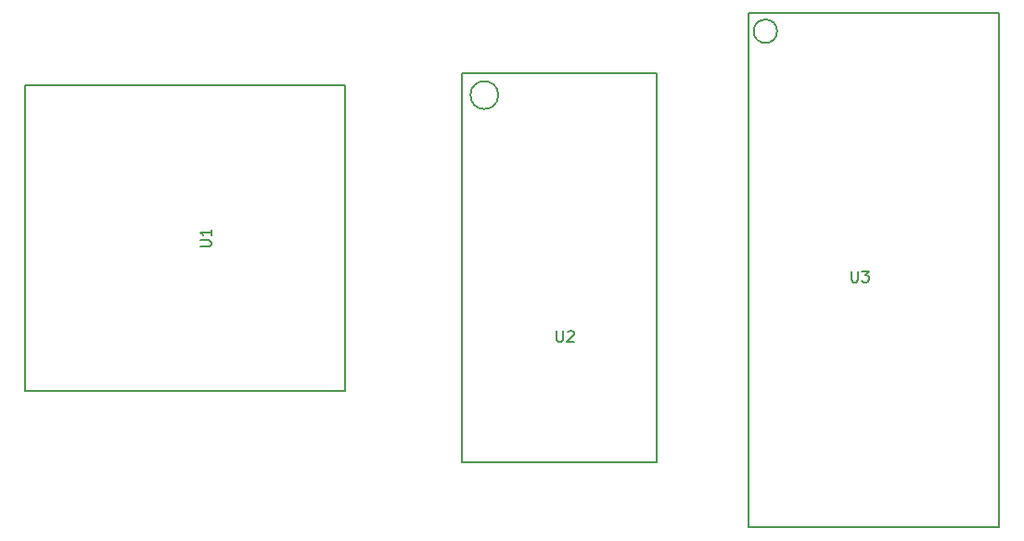
<source format=gbr>
G04 #@! TF.FileFunction,Legend,Top*
%FSLAX46Y46*%
G04 Gerber Fmt 4.6, Leading zero omitted, Abs format (unit mm)*
G04 Created by KiCad (PCBNEW 4.0.7) date Friday, July 06, 2018 'PMt' 05:05:22 PM*
%MOMM*%
%LPD*%
G01*
G04 APERTURE LIST*
%ADD10C,0.100000*%
%ADD11C,0.150000*%
G04 APERTURE END LIST*
D10*
D11*
X125603000Y-85852000D02*
X125603000Y-57912000D01*
X154813000Y-85852000D02*
X154813000Y-83312000D01*
X154813000Y-83312000D02*
X154813000Y-85852000D01*
X154813000Y-85852000D02*
X154813000Y-84582000D01*
X154813000Y-84582000D02*
X154813000Y-85852000D01*
X154813000Y-85852000D02*
X125603000Y-85852000D01*
X154813000Y-57912000D02*
X125603000Y-57912000D01*
X154813000Y-84582000D02*
X154813000Y-57912000D01*
X154813000Y-57912000D02*
X154813000Y-84582000D01*
X165481000Y-92329000D02*
X165481000Y-56769000D01*
X183261000Y-59309000D02*
X183261000Y-92329000D01*
X165481000Y-92329000D02*
X183261000Y-92329000D01*
X165481000Y-56769000D02*
X183261000Y-56769000D01*
X183261000Y-56769000D02*
X183261000Y-59309000D01*
X165481000Y-56769000D02*
X165481000Y-58039000D01*
X168783000Y-58801000D02*
G75*
G03X168783000Y-58801000I-1270000J0D01*
G01*
X214503000Y-98298000D02*
X213233000Y-98298000D01*
X214503000Y-51308000D02*
X214503000Y-98298000D01*
X213233000Y-51308000D02*
X214503000Y-51308000D01*
X194236518Y-52959000D02*
G75*
G03X194236518Y-52959000I-1069518J0D01*
G01*
X191643000Y-98298000D02*
X191643000Y-51308000D01*
X191643000Y-51308000D02*
X213233000Y-51308000D01*
X191643000Y-98298000D02*
X213233000Y-98298000D01*
X141565381Y-72643905D02*
X142374905Y-72643905D01*
X142470143Y-72596286D01*
X142517762Y-72548667D01*
X142565381Y-72453429D01*
X142565381Y-72262952D01*
X142517762Y-72167714D01*
X142470143Y-72120095D01*
X142374905Y-72072476D01*
X141565381Y-72072476D01*
X142565381Y-71072476D02*
X142565381Y-71643905D01*
X142565381Y-71358191D02*
X141565381Y-71358191D01*
X141708238Y-71453429D01*
X141803476Y-71548667D01*
X141851095Y-71643905D01*
X174117095Y-80351381D02*
X174117095Y-81160905D01*
X174164714Y-81256143D01*
X174212333Y-81303762D01*
X174307571Y-81351381D01*
X174498048Y-81351381D01*
X174593286Y-81303762D01*
X174640905Y-81256143D01*
X174688524Y-81160905D01*
X174688524Y-80351381D01*
X175117095Y-80446619D02*
X175164714Y-80399000D01*
X175259952Y-80351381D01*
X175498048Y-80351381D01*
X175593286Y-80399000D01*
X175640905Y-80446619D01*
X175688524Y-80541857D01*
X175688524Y-80637095D01*
X175640905Y-80779952D01*
X175069476Y-81351381D01*
X175688524Y-81351381D01*
X201041095Y-74890381D02*
X201041095Y-75699905D01*
X201088714Y-75795143D01*
X201136333Y-75842762D01*
X201231571Y-75890381D01*
X201422048Y-75890381D01*
X201517286Y-75842762D01*
X201564905Y-75795143D01*
X201612524Y-75699905D01*
X201612524Y-74890381D01*
X201993476Y-74890381D02*
X202612524Y-74890381D01*
X202279190Y-75271333D01*
X202422048Y-75271333D01*
X202517286Y-75318952D01*
X202564905Y-75366571D01*
X202612524Y-75461810D01*
X202612524Y-75699905D01*
X202564905Y-75795143D01*
X202517286Y-75842762D01*
X202422048Y-75890381D01*
X202136333Y-75890381D01*
X202041095Y-75842762D01*
X201993476Y-75795143D01*
M02*

</source>
